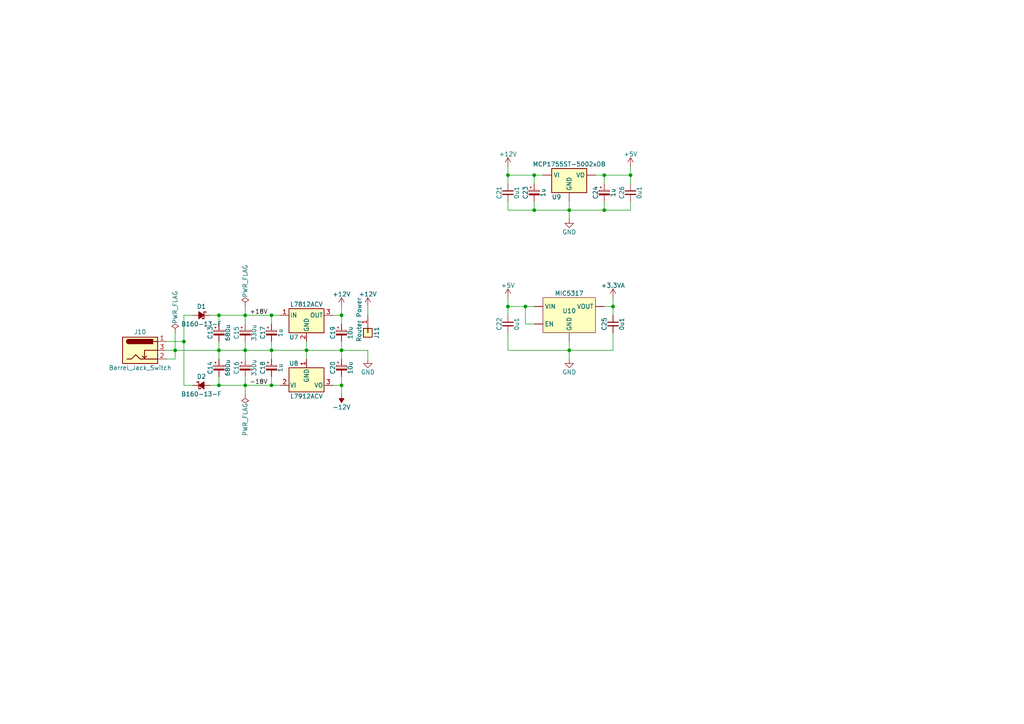
<source format=kicad_sch>
(kicad_sch (version 20211123) (generator eeschema)
  (paper "A4")
  (title_block (title "Headphone Amplifier + 24-bit -120dBm DAC") (rev "R2") (company "Rachel Mant") (comment 2 "+3.3V supply") (comment 3 "+5V supply") (comment 4 "±18V supply, ±12V supply"))
  (lib_symbols
    (symbol "Connector:Barrel_Jack_Switch" (pin_names hide)
      (property "Reference" "J" (at 0 5.334 0))
      (property "Value" "Barrel_Jack_Switch" (at 0 -5.08 0))
      (symbol "Barrel_Jack_Switch_0_1"
        (rectangle (start -5.08 3.81) (end 5.08 -3.81) (stroke (width 0.254)) (fill (type background)))
        (arc (start -3.302 3.175) (mid -3.937 2.54) (end -3.302 1.905) (stroke (width 0.254)))
        (arc (start -3.302 3.175) (mid -3.937 2.54) (end -3.302 1.905) (stroke (width 0.254)) (fill (type outline)))
        (polyline (pts (xy 1.27 -2.286) (xy 1.905 -1.651)) (stroke (width 0.254)))
        (polyline (pts (xy 5.08 2.54) (xy 3.81 2.54)) (stroke (width 0.254)))
        (polyline (pts (xy 5.08 0) (xy 1.27 0) (xy 1.27 -2.286) (xy 0.635 -1.651)) (stroke (width 0.254)))
        (polyline (pts (xy -3.81 -2.54) (xy -2.54 -2.54) (xy -1.27 -1.27) (xy 0 -2.54) (xy 2.54 -2.54) (xy 5.08 -2.54)) (stroke (width 0.254)))
        (rectangle (start 3.683 3.175) (end -3.302 1.905) (stroke (width 0.254)) (fill (type outline)))
      )
      (symbol "Barrel_Jack_Switch_1_1"
        (pin passive line (at 7.62 2.54 180) (length 2.54) (name "~") (number "1"))
        (pin passive line (at 7.62 -2.54 180) (length 2.54) (name "~") (number "2"))
        (pin passive line (at 7.62 0 180) (length 2.54) (name "~") (number "3"))
      )
    )
    (symbol "Connector_Generic:Conn_01x01" (pin_names (offset 1.016) hide)
      (property "Reference" "J" (at 0 2.54 0))
      (property "Value" "Conn_01x01" (at 0 -2.54 0))
      (symbol "Conn_01x01_1_1"
        (rectangle (start -1.27 0.127) (end 0 -0.127) (stroke (width 0.1524)))
        (rectangle (start -1.27 1.27) (end 1.27 -1.27) (stroke (width 0.254)) (fill (type background)))
        (pin passive line (at -5.08 0 0) (length 3.81) (name "Pin_1") (number "1"))
      )
    )
    (symbol "DX-MON:MCP1755ST-5002xDB" (pin_numbers hide)
      (property "Reference" "U" (at -5.08 -6.35 0))
      (property "Value" "MCP1755ST-5002xDB" (at 0 3.175 0))
      (symbol "MCP1755ST-5002xDB_0_1"
        (rectangle (start -5.08 -5.08) (end 5.08 1.905) (stroke (width 0.254)) (fill (type background)))
      )
      (symbol "MCP1755ST-5002xDB_1_1"
        (pin power_in line (at -7.62 0 0) (length 2.54) (name "VI") (number "1"))
        (pin power_in line (at 0 -7.62 90) (length 2.54) (name "GND") (number "2"))
        (pin power_out line (at 7.62 0 180) (length 2.54) (name "VO") (number "3"))
      )
    )
    (symbol "DX-MON:MIC5317" (pin_numbers hide)
      (property "Reference" "U" (at 0 1.27 0))
      (property "Value" "MIC5317" (at 0 6.35 0))
      (symbol "MIC5317_0_1"
        (rectangle (start 7.62 5.08) (end -7.62 -5.08) (stroke (width 0.1524)) (fill (type background)))
      )
      (symbol "MIC5317_1_1"
        (pin power_in line (at -10.16 2.54 0) (length 2.54) (name "VIN") (number "1"))
        (pin power_in line (at 0 -7.62 90) (length 2.54) (name "GND") (number "2"))
        (pin input line (at -10.16 -2.54 0) (length 2.54) (name "EN") (number "3"))
        (pin no_connect line (at 5.08 -7.62 90) (length 2.54) hide (name "NC") (number "4"))
        (pin power_out line (at 10.16 2.54 180) (length 2.54) (name "VOUT") (number "5"))
      )
    )
    (symbol "Device:C_Polarized_Small" (pin_numbers hide) (pin_names (offset 0.254) hide)
      (property "Reference" "C" (at 0.254 1.778 0))
      (property "Value" "C_Polarized_Small" (at 0.254 -2.032 0))
      (symbol "C_Polarized_Small_0_1"
        (rectangle (start -1.524 -0.3048) (end 1.524 -0.6858) (fill (type outline)))
        (rectangle (start -1.524 0.6858) (end 1.524 0.3048))
        (polyline (pts (xy -1.27 1.524) (xy -0.762 1.524)))
        (polyline (pts (xy -1.016 1.27) (xy -1.016 1.778)))
      )
      (symbol "C_Polarized_Small_1_1"
        (pin passive line (at 0 2.54 270) (length 1.8542) (name "~") (number "1"))
        (pin passive line (at 0 -2.54 90) (length 1.8542) (name "~") (number "2"))
      )
    )
    (symbol "Device:C_Small" (pin_numbers hide) (pin_names (offset 0.254) hide)
      (property "Reference" "C" (at 0.254 1.778 0))
      (property "Value" "C_Small" (at 0.254 -2.032 0))
      (symbol "C_Small_0_1"
        (polyline (pts (xy -1.524 -0.508) (xy 1.524 -0.508)) (stroke (width 0.3302)))
        (polyline (pts (xy -1.524 0.508) (xy 1.524 0.508)) (stroke (width 0.3048)))
      )
      (symbol "C_Small_1_1"
        (pin passive line (at 0 2.54 270) (length 2.032) (name "~") (number "1"))
        (pin passive line (at 0 -2.54 90) (length 2.032) (name "~") (number "2"))
      )
    )
    (symbol "Device:D_Schottky_Small_Filled" (pin_numbers hide) (pin_names (offset 0.254) hide)
      (property "Reference" "D" (at -1.27 2.032 0))
      (property "Value" "D_Schottky_Small_Filled" (at -7.112 -2.032 0))
      (symbol "D_Schottky_Small_Filled_0_1"
        (polyline (pts (xy -0.762 0) (xy 0.762 0)))
        (polyline (pts (xy 0.762 -1.016) (xy -0.762 0) (xy 0.762 1.016) (xy 0.762 -1.016)) (stroke (width 0.254)) (fill (type outline)))
        (polyline (pts (xy -1.27 0.762) (xy -1.27 1.016) (xy -0.762 1.016) (xy -0.762 -1.016) (xy -0.254 -1.016) (xy -0.254 -0.762)) (stroke (width 0.254)))
      )
      (symbol "D_Schottky_Small_Filled_1_1"
        (pin passive line (at -2.54 0 0) (length 1.778) (name "K") (number "1"))
        (pin passive line (at 2.54 0 180) (length 1.778) (name "A") (number "2"))
      )
    )
    (symbol "Regulator_Linear:L7812" (pin_names (offset 0.254))
      (property "Reference" "U" (at -3.81 3.175 0))
      (property "Value" "L7812" (at 0 3.175 0))
      (symbol "L7812_0_1"
        (rectangle (start -5.08 1.905) (end 5.08 -5.08) (stroke (width 0.254)) (fill (type background)))
      )
      (symbol "L7812_1_1"
        (pin power_in line (at -7.62 0 0) (length 2.54) (name "IN") (number "1"))
        (pin power_in line (at 0 -7.62 90) (length 2.54) (name "GND") (number "2"))
        (pin power_out line (at 7.62 0 180) (length 2.54) (name "OUT") (number "3"))
      )
    )
    (symbol "Regulator_Linear:L7912" (pin_names (offset 0.254))
      (property "Reference" "U" (at -3.81 -3.175 0))
      (property "Value" "L7912" (at 0 -3.175 0))
      (symbol "L7912_0_1"
        (rectangle (start -5.08 5.08) (end 5.08 -1.905) (stroke (width 0.254)) (fill (type background)))
      )
      (symbol "L7912_1_1"
        (pin power_in line (at 0 7.62 270) (length 2.54) (name "GND") (number "1"))
        (pin power_in line (at -7.62 0 0) (length 2.54) (name "VI") (number "2"))
        (pin power_out line (at 7.62 0 180) (length 2.54) (name "VO") (number "3"))
      )
    )
    (symbol "power:+12V" (power) (pin_names (offset 0))
      (property "Value" "+12V" (at 0 3.556 0))
      (symbol "+12V_0_1"
        (polyline (pts (xy -0.762 1.27) (xy 0 2.54)))
        (polyline (pts (xy 0 0) (xy 0 2.54)))
        (polyline (pts (xy 0 2.54) (xy 0.762 1.27)))
      )
      (symbol "+12V_1_1"
        (pin power_in line (at 0 0 90) (length 0) hide (name "+12V") (number "1"))
      )
    )
    (symbol "power:+3.3VA" (power) (pin_names (offset 0))
      (property "Value" "+3.3VA" (at 0 3.556 0))
      (symbol "+3.3VA_0_1"
        (polyline (pts (xy -0.762 1.27) (xy 0 2.54)))
        (polyline (pts (xy 0 0) (xy 0 2.54)))
        (polyline (pts (xy 0 2.54) (xy 0.762 1.27)))
      )
      (symbol "+3.3VA_1_1"
        (pin power_in line (at 0 0 90) (length 0) hide (name "+3.3VA") (number "1"))
      )
    )
    (symbol "power:+5V" (power) (pin_names (offset 0))
      (property "Value" "+5V" (at 0 3.556 0))
      (symbol "+5V_0_1"
        (polyline (pts (xy -0.762 1.27) (xy 0 2.54)))
        (polyline (pts (xy 0 0) (xy 0 2.54)))
        (polyline (pts (xy 0 2.54) (xy 0.762 1.27)))
      )
      (symbol "+5V_1_1"
        (pin power_in line (at 0 0 90) (length 0) hide (name "+5V") (number "1"))
      )
    )
    (symbol "power:-12V" (power) (pin_names (offset 0))
      (property "Value" "-12V" (at 0 3.81 0))
      (symbol "-12V_0_0"
        (pin power_in line (at 0 0 90) (length 0) hide (name "-12V") (number "1"))
      )
      (symbol "-12V_0_1"
        (polyline (pts (xy 0 0) (xy 0 1.27) (xy 0.762 1.27) (xy 0 2.54) (xy -0.762 1.27) (xy 0 1.27)) (fill (type outline)))
      )
    )
    (symbol "power:GND" (power) (pin_names (offset 0))
      (property "Value" "GND" (at 0 -3.81 0))
      (symbol "GND_0_1"
        (polyline (pts (xy 0 0) (xy 0 -1.27) (xy 1.27 -1.27) (xy 0 -2.54) (xy -1.27 -1.27) (xy 0 -1.27)))
      )
      (symbol "GND_1_1"
        (pin power_in line (at 0 0 270) (length 0) hide (name "GND") (number "1"))
      )
    )
    (symbol "power:PWR_FLAG" (power) (pin_numbers hide) (pin_names (offset 0) hide)
      (property "Value" "PWR_FLAG" (at 0 3.81 0))
      (symbol "PWR_FLAG_0_0"
        (pin power_out line (at 0 0 90) (length 0) (name "pwr") (number "1"))
      )
      (symbol "PWR_FLAG_0_1"
        (polyline (pts (xy 0 0) (xy 0 1.27) (xy -1.016 1.905) (xy 0 2.54) (xy 1.016 1.905) (xy 0 1.27)))
      )
    )
  )
  (junction (at 78.74 101.6))
  (junction (at 147.32 50.8))
  (junction (at 175.26 60.96))
  (junction (at 99.06 91.44))
  (junction (at 182.88 50.8))
  (junction (at 50.8 101.6))
  (junction (at 78.74 111.76))
  (junction (at 175.26 50.8))
  (junction (at 63.5 91.44))
  (junction (at 53.34 99.06))
  (junction (at 177.8 88.9))
  (junction (at 147.32 88.9))
  (junction (at 152.4 88.9))
  (junction (at 99.06 111.76))
  (junction (at 165.1 60.96))
  (junction (at 71.12 91.44))
  (junction (at 154.94 50.8))
  (junction (at 165.1 101.6))
  (junction (at 88.9 101.6))
  (junction (at 99.06 101.6))
  (junction (at 63.5 111.76))
  (junction (at 78.74 91.44))
  (junction (at 71.12 101.6))
  (junction (at 71.12 111.76))
  (junction (at 63.5 101.6))
  (junction (at 154.94 60.96))
  (wire (pts (xy 147.32 86.36) (xy 147.32 88.9)))
  (wire (pts (xy 48.26 99.06) (xy 53.34 99.06)))
  (wire (pts (xy 147.32 60.96) (xy 154.94 60.96)))
  (wire (pts (xy 71.12 101.6) (xy 78.74 101.6)))
  (wire (pts (xy 50.8 96.52) (xy 50.8 101.6)))
  (wire (pts (xy 60.96 91.44) (xy 63.5 91.44)))
  (wire (pts (xy 78.74 93.98) (xy 78.74 91.44)))
  (wire (pts (xy 71.12 109.22) (xy 71.12 111.76)))
  (wire (pts (xy 71.12 111.76) (xy 78.74 111.76)))
  (wire (pts (xy 177.8 101.6) (xy 165.1 101.6)))
  (wire (pts (xy 106.68 91.44) (xy 106.68 88.9)))
  (wire (pts (xy 50.8 101.6) (xy 48.26 101.6)))
  (wire (pts (xy 154.94 53.34) (xy 154.94 50.8)))
  (wire (pts (xy 147.32 53.34) (xy 147.32 50.8)))
  (wire (pts (xy 71.12 91.44) (xy 63.5 91.44)))
  (wire (pts (xy 99.06 114.3) (xy 99.06 111.76)))
  (wire (pts (xy 99.06 91.44) (xy 96.52 91.44)))
  (wire (pts (xy 165.1 60.96) (xy 165.1 63.5)))
  (wire (pts (xy 50.8 104.14) (xy 50.8 101.6)))
  (wire (pts (xy 175.26 58.42) (xy 175.26 60.96)))
  (wire (pts (xy 165.1 99.06) (xy 165.1 101.6)))
  (wire (pts (xy 175.26 88.9) (xy 177.8 88.9)))
  (wire (pts (xy 88.9 99.06) (xy 88.9 101.6)))
  (wire (pts (xy 175.26 53.34) (xy 175.26 50.8)))
  (wire (pts (xy 71.12 88.9) (xy 71.12 91.44)))
  (wire (pts (xy 78.74 91.44) (xy 81.28 91.44)))
  (wire (pts (xy 88.9 104.14) (xy 88.9 101.6)))
  (wire (pts (xy 165.1 58.42) (xy 165.1 60.96)))
  (wire (pts (xy 182.88 48.26) (xy 182.88 50.8)))
  (wire (pts (xy 53.34 111.76) (xy 53.34 99.06)))
  (wire (pts (xy 63.5 101.6) (xy 71.12 101.6)))
  (wire (pts (xy 99.06 104.14) (xy 99.06 101.6)))
  (wire (pts (xy 175.26 50.8) (xy 182.88 50.8)))
  (wire (pts (xy 147.32 58.42) (xy 147.32 60.96)))
  (wire (pts (xy 99.06 88.9) (xy 99.06 91.44)))
  (wire (pts (xy 182.88 60.96) (xy 175.26 60.96)))
  (wire (pts (xy 78.74 111.76) (xy 81.28 111.76)))
  (wire (pts (xy 71.12 93.98) (xy 71.12 91.44)))
  (wire (pts (xy 71.12 114.3) (xy 71.12 111.76)))
  (wire (pts (xy 71.12 111.76) (xy 63.5 111.76)))
  (wire (pts (xy 182.88 50.8) (xy 182.88 53.34)))
  (wire (pts (xy 78.74 104.14) (xy 78.74 101.6)))
  (wire (pts (xy 78.74 109.22) (xy 78.74 111.76)))
  (wire (pts (xy 147.32 88.9) (xy 147.32 91.44)))
  (wire (pts (xy 147.32 50.8) (xy 147.32 48.26)))
  (wire (pts (xy 152.4 88.9) (xy 147.32 88.9)))
  (wire (pts (xy 78.74 101.6) (xy 88.9 101.6)))
  (wire (pts (xy 177.8 96.52) (xy 177.8 101.6)))
  (wire (pts (xy 71.12 91.44) (xy 78.74 91.44)))
  (wire (pts (xy 63.5 99.06) (xy 63.5 101.6)))
  (wire (pts (xy 147.32 96.52) (xy 147.32 101.6)))
  (wire (pts (xy 165.1 101.6) (xy 165.1 104.14)))
  (wire (pts (xy 53.34 91.44) (xy 55.88 91.44)))
  (wire (pts (xy 154.94 60.96) (xy 165.1 60.96)))
  (wire (pts (xy 99.06 93.98) (xy 99.06 91.44)))
  (wire (pts (xy 99.06 99.06) (xy 99.06 101.6)))
  (wire (pts (xy 63.5 109.22) (xy 63.5 111.76)))
  (wire (pts (xy 157.48 50.8) (xy 154.94 50.8)))
  (wire (pts (xy 106.68 101.6) (xy 99.06 101.6)))
  (wire (pts (xy 177.8 86.36) (xy 177.8 88.9)))
  (wire (pts (xy 63.5 91.44) (xy 63.5 93.98)))
  (wire (pts (xy 99.06 109.22) (xy 99.06 111.76)))
  (wire (pts (xy 152.4 93.98) (xy 152.4 88.9)))
  (wire (pts (xy 147.32 101.6) (xy 165.1 101.6)))
  (wire (pts (xy 55.88 111.76) (xy 53.34 111.76)))
  (wire (pts (xy 154.94 58.42) (xy 154.94 60.96)))
  (wire (pts (xy 48.26 104.14) (xy 50.8 104.14)))
  (wire (pts (xy 154.94 88.9) (xy 152.4 88.9)))
  (wire (pts (xy 182.88 58.42) (xy 182.88 60.96)))
  (wire (pts (xy 175.26 60.96) (xy 165.1 60.96)))
  (wire (pts (xy 71.12 99.06) (xy 71.12 101.6)))
  (wire (pts (xy 154.94 50.8) (xy 147.32 50.8)))
  (wire (pts (xy 53.34 99.06) (xy 53.34 91.44)))
  (wire (pts (xy 172.72 50.8) (xy 175.26 50.8)))
  (wire (pts (xy 71.12 104.14) (xy 71.12 101.6)))
  (wire (pts (xy 106.68 101.6) (xy 106.68 104.14)))
  (wire (pts (xy 63.5 104.14) (xy 63.5 101.6)))
  (wire (pts (xy 99.06 101.6) (xy 88.9 101.6)))
  (wire (pts (xy 78.74 99.06) (xy 78.74 101.6)))
  (wire (pts (xy 177.8 88.9) (xy 177.8 91.44)))
  (wire (pts (xy 154.94 93.98) (xy 152.4 93.98)))
  (wire (pts (xy 99.06 111.76) (xy 96.52 111.76)))
  (wire (pts (xy 50.8 101.6) (xy 63.5 101.6)))
  (wire (pts (xy 63.5 111.76) (xy 60.96 111.76)))
  (label "-18V" (at 72.39 111.76 0))
  (label "+18V" (at 72.39 91.44 0))
  (symbol (lib_id "power:PWR_FLAG") (at 50.8 96.52 0) (unit 1)
    (property "Reference" "#FLG03" (effects hide))
    (property "Value" "PWR_FLAG" (at 50.8 93.98 90) (effects (justify left)))
  )
  (symbol (lib_id "Device:D_Schottky_Small_Filled") (at 58.42 91.44 0) (mirror y) (unit 1)
    (property "Reference" "D1" (at 58.42 88.9 0))
    (property "Value" "B160-13-F" (at 58.42 93.98 0))
    (property "Footprint" "Diode_SMD:D_SMA" (effects hide))
    (property "Datasheet" "https://www.diodes.com/assets/Datasheets/ds13002.pdf" (effects hide))
    (property "MFR" "Diodes Incorporated" (effects hide))
    (property "MPN" "B160-13-F" (effects hide))
    (property "OC_DIGIKEY" "B160-FDICT-ND" (effects hide))
    (property "URL_DIGIKEY" "https://www.digikey.com/en/products/detail/diodes-incorporated/B160-13-F/806531" (effects hide))
  )
  (symbol (lib_id "power:+3.3VA") (at 177.8 86.36 0) (unit 1)
    (property "Reference" "#PWR038" (effects hide))
    (property "Value" "+3.3VA" (at 177.8 82.804 0))
  )
  (symbol (lib_id "DX-MON:MIC5317") (at 165.1 91.44 0) (unit 1)
    (property "Reference" "U10" (at 165.1 90.17 0))
    (property "Value" "MIC5317" (at 165.1 85.09 0))
    (property "Footprint" "rhais_package-smd:SOT-23-5" (effects hide))
    (property "Datasheet" "http://ww1.microchip.com/downloads/en/DeviceDoc/MIC5317-High-Performance-Single-150mA-LDO-DS20006195B.pdf" (effects hide))
    (property "MFR" "Microchip" (effects hide))
    (property "MPN" "MIC5317-3.3YM5-TR" (effects hide))
    (property "OC_FARNELL" "2920683" (effects hide))
    (property "URL_FARNELL" "https://uk.farnell.com/microchip/mic5317-3-3ym5-tr/ldo-fixed-3-3v-0-15a-40-to-125deg/dp/2920683" (effects hide))
    (property "OC_DIGIKEY" "MIC5317-3.3YM5-CT-ND" (effects hide))
    (property "URL_DIGIKEY" "https://www.digikey.com/en/products/detail/microchip-technology/MIC5317-3-3YM5-TR/5049120" (effects hide))
  )
  (symbol (lib_id "Device:C_Polarized_Small") (at 63.5 106.68 0) (unit 1)
    (property "Reference" "C14" (at 60.96 106.68 90))
    (property "Value" "680u" (at 66.04 106.68 90))
    (property "Footprint" "Capacitor_THT:CP_Radial_D10.0mm_P5.00mm" (effects hide))
    (property "Datasheet" "https://www.rubycon.co.jp/wp-content/uploads/catalog-aluminum/PX.pdf" (effects hide))
    (property "MFR" "Rubycon" (effects hide))
    (property "MPN" "25PX680MEFC10X12.5" (effects hide))
    (property "OC_DIGIKEY" "1189-1229-ND" (effects hide))
    (property "URL_FARNELL" "https://uk.farnell.com/rubycon/25px680mefc10x12-5/cap-alu-elec-680uf-25v-rad/dp/2346581" (effects hide))
    (property "OC_FARNELL" "2346581" (effects hide))
    (property "URL_DIGIKEY" "https://www.digikey.com/en/products/detail/rubycon/25PX680MEFC10X12-5/3134185" (effects hide))
  )
  (symbol (lib_id "Device:C_Polarized_Small") (at 78.74 96.52 0) (unit 1)
    (property "Reference" "C17" (at 76.2 96.52 90))
    (property "Value" "1u" (at 81.28 96.52 90))
    (property "Footprint" "rhais_rcl:CP_EIA-3216-18_A" (effects hide))
    (property "Datasheet" "https://www.vishay.com/docs/40002/293d.pdf" (effects hide))
    (property "MFR" "Vishay Sprague" (effects hide))
    (property "MPN" "293D105X9025A2TE3" (effects hide))
    (property "OC_DIGIKEY" "718-1115-1-ND" (effects hide))
    (property "URL_DIGIKEY" "https://www.digikey.com/en/products/detail/vishay-sprague/293D105X9025A2TE3/1559467" (effects hide))
  )
  (symbol (lib_id "power:GND") (at 165.1 63.5 0) (unit 1)
    (property "Reference" "#PWR036" (effects hide))
    (property "Value" "GND" (at 165.1 67.31 0))
  )
  (symbol (lib_id "Device:C_Polarized_Small") (at 78.74 106.68 0) (unit 1)
    (property "Reference" "C18" (at 76.2 106.68 90))
    (property "Value" "1u" (at 81.28 106.68 90))
    (property "Footprint" "rhais_rcl:CP_EIA-3216-18_A" (effects hide))
    (property "Datasheet" "https://www.vishay.com/docs/40002/293d.pdf" (effects hide))
    (property "MFR" "Vishay Sprague" (effects hide))
    (property "MPN" "293D105X9025A2TE3" (effects hide))
    (property "OC_DIGIKEY" "718-1115-1-ND" (effects hide))
    (property "URL_DIGIKEY" "https://www.digikey.com/en/products/detail/vishay-sprague/293D105X9025A2TE3/1559467" (effects hide))
  )
  (symbol (lib_id "power:+12V") (at 106.68 88.9 0) (unit 1)
    (property "Reference" "#PWR032" (effects hide))
    (property "Value" "+12V" (at 106.68 85.344 0))
  )
  (symbol (lib_id "Connector:Barrel_Jack_Switch") (at 40.64 101.6 0) (unit 1)
    (property "Reference" "J10" (at 40.64 96.266 0))
    (property "Value" "Barrel_Jack_Switch" (at 40.64 106.68 0))
    (property "Footprint" "Connector_BarrelJack:BarrelJack_GCT_DCJ200-10-A_Horizontal" (effects hide))
    (property "Datasheet" "https://gct.co/files/specs/DCJ065-15-SPEC.pdf" (effects hide))
    (property "MFR" "GCT" (effects hide))
    (property "MPN" "DCJ200-10-A-K1-K" (effects hide))
    (property "OC_DIGIKEY" "2073-DCJ200-10-A-K1-K-ND" (effects hide))
    (property "URL_DIGIKEY" "https://www.digikey.com/en/products/detail/gct/DCJ200-10-A-K1-K/9859579" (effects hide))
  )
  (symbol (lib_id "Device:C_Small") (at 182.88 55.88 0) (unit 1)
    (property "Reference" "C26" (at 180.34 55.88 90))
    (property "Value" "0u1" (at 185.42 55.88 90))
    (property "Footprint" "rhais_rcl:C1210" (effects hide))
    (property "Datasheet" "https://industrial.panasonic.com/cdbs/www-data/pdf/RDI0000/ABD0000C173.pdf" (effects hide))
    (property "MFR" "Panasonic" (effects hide))
    (property "MPN" "ECH-U1C104GX5" (effects hide))
    (property "OC_DIGIKEY" "PCF1189CT-ND" (effects hide))
    (property "URL_DIGIKEY" "https://www.digikey.com/en/products/detail/vishay-sprague/293D105X9016A2TE3/1559465" (effects hide))
  )
  (symbol (lib_id "Device:C_Polarized_Small") (at 154.94 55.88 0) (unit 1)
    (property "Reference" "C23" (at 152.4 55.88 90))
    (property "Value" "1u" (at 157.48 55.88 90))
    (property "Footprint" "rhais_rcl:CP_EIA-3216-18_A" (effects hide))
    (property "Datasheet" "https://www.vishay.com/docs/40002/293d.pdf" (effects hide))
    (property "MFR" "Vishay Sprague" (effects hide))
    (property "MPN" "293D105X9016A2TE3" (effects hide))
    (property "OC_DIGIKEY" "718-1113-1-ND" (effects hide))
    (property "URL_DIGIKEY" "https://www.digikey.com/en/products/detail/vishay-sprague/293D105X9016A2TE3/1559465" (effects hide))
  )
  (symbol (lib_id "Device:C_Polarized_Small") (at 99.06 106.68 0) (unit 1)
    (property "Reference" "C20" (at 96.52 106.68 90))
    (property "Value" "10u" (at 101.6 106.68 90))
    (property "Footprint" "rhais_rcl:CP_EIA-3216-18_A" (effects hide))
    (property "Datasheet" "https://www.vishay.com/docs/40002/293d.pdf" (effects hide))
    (property "MFR" "Vishay Sprague" (effects hide))
    (property "MPN" "293D106X0016A2TE3" (effects hide))
    (property "OC_DIGIKEY" "718-1956-1-ND" (effects hide))
    (property "URL_DIGIKEY" "https://www.digikey.com/en/products/detail/vishay-sprague/293D106X0016A2TE3/1578608" (effects hide))
  )
  (symbol (lib_id "Device:C_Polarized_Small") (at 71.12 106.68 0) (unit 1)
    (property "Reference" "C16" (at 68.58 106.68 90))
    (property "Value" "330u" (at 73.66 106.68 90))
    (property "Footprint" "Capacitor_THT:CP_Radial_D8.0mm_P3.50mm" (effects hide))
    (property "Datasheet" "https://www.rubycon.co.jp/wp-content/uploads/catalog-aluminum/PX.pdf" (effects hide))
    (property "MFR" "Rubycon" (effects hide))
    (property "MPN" "25PX330MEFC8X11.5" (effects hide))
    (property "OC_DIGIKEY" "1189-1225-ND" (effects hide))
    (property "URL_FARNELL" "https://uk.farnell.com/rubycon/25px680mefc10x12-5/cap-alu-elec-680uf-25v-rad/dp/2346581" (effects hide))
    (property "OC_FARNELL" "2346580" (effects hide))
    (property "URL_DIGIKEY" "https://www.digikey.com/en/products/detail/rubycon/25PX330MEFC8X11-5/3134181" (effects hide))
  )
  (symbol (lib_id "power:-12V") (at 99.06 114.3 180) (unit 1)
    (property "Reference" "#PWR031" (effects hide))
    (property "Value" "-12V" (at 99.06 118.11 0))
  )
  (symbol (lib_id "power:+12V") (at 99.06 88.9 0) (unit 1)
    (property "Reference" "#PWR030" (effects hide))
    (property "Value" "+12V" (at 99.06 85.344 0))
  )
  (symbol (lib_id "Device:C_Polarized_Small") (at 71.12 96.52 0) (unit 1)
    (property "Reference" "C15" (at 68.58 96.52 90))
    (property "Value" "330u" (at 73.66 96.52 90))
    (property "Footprint" "Capacitor_THT:CP_Radial_D8.0mm_P3.50mm" (effects hide))
    (property "Datasheet" "https://www.rubycon.co.jp/wp-content/uploads/catalog-aluminum/PX.pdf" (effects hide))
    (property "MFR" "Rubycon" (effects hide))
    (property "MPN" "25PX330MEFC8X11.5" (effects hide))
    (property "OC_DIGIKEY" "1189-1225-ND" (effects hide))
    (property "URL_FARNELL" "https://uk.farnell.com/rubycon/25px680mefc10x12-5/cap-alu-elec-680uf-25v-rad/dp/2346581" (effects hide))
    (property "OC_FARNELL" "2346580" (effects hide))
    (property "URL_DIGIKEY" "https://www.digikey.com/en/products/detail/rubycon/25PX330MEFC8X11-5/3134181" (effects hide))
  )
  (symbol (lib_id "Device:D_Schottky_Small_Filled") (at 58.42 111.76 0) (unit 1)
    (property "Reference" "D2" (at 58.42 109.22 0))
    (property "Value" "B160-13-F" (at 58.42 114.3 0))
    (property "Footprint" "Diode_SMD:D_SMA" (effects hide))
    (property "Datasheet" "https://www.diodes.com/assets/Datasheets/ds13002.pdf" (effects hide))
    (property "MFR" "Diodes Incorporated" (effects hide))
    (property "MPN" "B160-13-F" (effects hide))
    (property "OC_DIGIKEY" "B160-FDICT-ND" (effects hide))
    (property "URL_DIGIKEY" "https://www.digikey.com/en/products/detail/diodes-incorporated/B160-13-F/806531" (effects hide))
  )
  (symbol (lib_id "Device:C_Small") (at 147.32 93.98 0) (unit 1)
    (property "Reference" "C22" (at 144.78 93.98 90))
    (property "Value" "0u1" (at 149.86 93.98 90))
    (property "Footprint" "rhais_rcl:C1210" (effects hide))
    (property "Datasheet" "https://industrial.panasonic.com/cdbs/www-data/pdf/RDI0000/ABD0000C173.pdf" (effects hide))
    (property "MFR" "Panasonic" (effects hide))
    (property "MPN" "ECH-U1C104GX5" (effects hide))
    (property "OC_DIGIKEY" "PCF1189CT-ND" (effects hide))
    (property "URL_DIGIKEY" "https://www.digikey.com/en/products/detail/panasonic-electronic-components/ECH-U1C104GX5/353638" (effects hide))
  )
  (symbol (lib_id "power:PWR_FLAG") (at 71.12 114.3 180) (unit 1)
    (property "Reference" "#FLG05" (effects hide))
    (property "Value" "PWR_FLAG" (at 71.12 116.84 90) (effects (justify left)))
  )
  (symbol (lib_id "Device:C_Small") (at 147.32 55.88 0) (unit 1)
    (property "Reference" "C21" (at 144.78 55.88 90))
    (property "Value" "0u1" (at 149.86 55.88 90))
    (property "Footprint" "rhais_rcl:C1210" (effects hide))
    (property "Datasheet" "https://industrial.panasonic.com/cdbs/www-data/pdf/RDI0000/ABD0000C173.pdf" (effects hide))
    (property "MFR" "Panasonic" (effects hide))
    (property "MPN" "ECH-U1C104GX5" (effects hide))
    (property "OC_DIGIKEY" "PCF1189CT-ND" (effects hide))
    (property "URL_DIGIKEY" "https://www.digikey.com/en/products/detail/panasonic-electronic-components/ECH-U1C104GX5/353638" (effects hide))
  )
  (symbol (lib_id "power:+12V") (at 147.32 48.26 0) (unit 1)
    (property "Reference" "#PWR034" (effects hide))
    (property "Value" "+12V" (at 147.32 44.704 0))
  )
  (symbol (lib_id "power:PWR_FLAG") (at 71.12 88.9 0) (unit 1)
    (property "Reference" "#FLG04" (effects hide))
    (property "Value" "PWR_FLAG" (at 71.12 86.36 90) (effects (justify left)))
  )
  (symbol (lib_id "Regulator_Linear:L7912") (at 88.9 111.76 0) (unit 1)
    (property "Reference" "U8" (at 83.82 105.41 0) (effects (justify left)))
    (property "Value" "L7912ACV" (at 88.9 114.935 0))
    (property "Footprint" "Package_TO_SOT_THT:TO-220-3_Vertical" (effects hide))
    (property "Datasheet" "http://www.st.com/content/ccc/resource/technical/document/datasheet/c9/16/86/41/c7/2b/45/f2/CD00000450.pdf/files/CD00000450.pdf/jcr:content/translations/en.CD00000450.pdf" (effects hide))
    (property "MFR" "ST Microelectronics" (effects hide))
    (property "MPN" "L7912ACV" (effects hide))
    (property "OC_DIGIKEY" "497-1475-5-ND" (effects hide))
    (property "URL_DIGIKEY" "https://www.digikey.com/en/products/detail/stmicroelectronics/L7912ACV/585996" (effects hide))
  )
  (symbol (lib_id "power:+5V") (at 182.88 48.26 0) (unit 1)
    (property "Reference" "#PWR039" (effects hide))
    (property "Value" "+5V" (at 182.88 44.704 0))
  )
  (symbol (lib_id "DX-MON:MCP1755ST-5002xDB") (at 165.1 50.8 0) (unit 1)
    (property "Reference" "U9" (at 160.02 57.15 0) (effects (justify left)))
    (property "Value" "MCP1755ST-5002xDB" (at 165.1 47.625 0))
    (property "Footprint" "rhais_package-smd:SOT-223" (effects hide))
    (property "Datasheet" "http://ww1.microchip.com/downloads/en/devicedoc/25160a.pdf" (effects hide))
    (property "MFR" "Microchip" (effects hide))
    (property "MPN" "MCP1755ST-5002E/DB" (effects hide))
    (property "OC_FARNELL" "2306611" (effects hide))
    (property "URL_FARNELL" "https://uk.farnell.com/microchip/mcp1755st-5002e-db/ic-ldo-volt-reg-5v-0-3a-sot223/dp/2306611?st=MCP1755ST-5002E/DB" (effects hide))
    (property "OC_DIGIKEY" "MCP1755ST-5002E/DBCT-ND" (effects hide))
    (property "URL_DIGIKEY" "https://www.digikey.com/en/products/detail/microchip-technology/MCP1755ST-5002E-DB/3872185" (effects hide))
  )
  (symbol (lib_id "power:GND") (at 106.68 104.14 0) (unit 1)
    (property "Reference" "#PWR033" (effects hide))
    (property "Value" "GND" (at 106.68 107.95 0))
  )
  (symbol (lib_id "Device:C_Polarized_Small") (at 63.5 96.52 0) (unit 1)
    (property "Reference" "C13" (at 60.96 96.52 90))
    (property "Value" "680u" (at 66.04 96.52 90))
    (property "Footprint" "Capacitor_THT:CP_Radial_D10.0mm_P5.00mm" (effects hide))
    (property "Datasheet" "https://www.rubycon.co.jp/wp-content/uploads/catalog-aluminum/PX.pdf" (effects hide))
    (property "MFR" "Rubycon" (effects hide))
    (property "MPN" "25PX680MEFC10X12.5" (effects hide))
    (property "OC_DIGIKEY" "1189-1229-ND" (effects hide))
    (property "URL_FARNELL" "https://uk.farnell.com/rubycon/25px680mefc10x12-5/cap-alu-elec-680uf-25v-rad/dp/2346581" (effects hide))
    (property "OC_FARNELL" "2346581" (effects hide))
    (property "URL_DIGIKEY" "https://www.digikey.com/en/products/detail/rubycon/25PX680MEFC10X12-5/3134185" (effects hide))
  )
  (symbol (lib_id "power:GND") (at 165.1 104.14 0) (unit 1)
    (property "Reference" "#PWR037" (effects hide))
    (property "Value" "GND" (at 165.1 107.95 0))
  )
  (symbol (lib_id "power:+5V") (at 147.32 86.36 0) (unit 1)
    (property "Reference" "#PWR035" (effects hide))
    (property "Value" "+5V" (at 147.32 82.804 0))
  )
  (symbol (lib_id "Connector_Generic:Conn_01x01") (at 106.68 96.52 270) (unit 1)
    (property "Reference" "J11" (at 109.22 96.52 0))
    (property "Value" "Router Power" (at 104.14 92.71 0))
    (property "Footprint" "Connector_PinHeader_2.54mm:PinHeader_1x01_P2.54mm_Vertical" (effects hide))
  )
  (symbol (lib_id "Device:C_Small") (at 177.8 93.98 0) (unit 1)
    (property "Reference" "C25" (at 175.26 93.98 90))
    (property "Value" "0u1" (at 180.34 93.98 90))
    (property "Footprint" "rhais_rcl:C0603" (effects hide))
    (property "Datasheet" "https://product.tdk.com/system/files/dam/doc/product/capacitor/ceramic/mlcc/catalog/mlcc_automotive_general_en.pdf" (effects hide))
    (property "OC_FARNELL" "2310559" (effects hide))
    (property "URL_FARNELL" "https://uk.farnell.com/multicomp/mc0603b104j250ct/cap-0-1-f-25v-5-x7r-0603-reel/dp/2310559" (effects hide))
    (property "MFR" "TDK Corporation" (effects hide))
    (property "MPN" "CGA3E2X7R1E104K080AA" (effects hide))
    (property "OC_DIGIKEY" "445-5667-1-ND" (effects hide))
    (property "URL_DIGIKEY" "https://www.digikey.com/en/products/detail/tdk-corporation/CGA3E2X7R1E104K080AA/2443145" (effects hide))
  )
  (symbol (lib_id "Device:C_Polarized_Small") (at 99.06 96.52 0) (unit 1)
    (property "Reference" "C19" (at 96.52 96.52 90))
    (property "Value" "10u" (at 101.6 96.52 90))
    (property "Footprint" "rhais_rcl:CP_EIA-3216-18_A" (effects hide))
    (property "Datasheet" "https://www.vishay.com/docs/40002/293d.pdf" (effects hide))
    (property "MFR" "Vishay Sprague" (effects hide))
    (property "MPN" "293D106X0016A2TE3" (effects hide))
    (property "OC_DIGIKEY" "718-1956-1-ND" (effects hide))
    (property "URL_DIGIKEY" "https://www.digikey.com/en/products/detail/vishay-sprague/293D106X0016A2TE3/1578608" (effects hide))
  )
  (symbol (lib_id "Regulator_Linear:L7812") (at 88.9 91.44 0) (unit 1)
    (property "Reference" "U7" (at 83.82 97.79 0) (effects (justify left)))
    (property "Value" "L7812ACV" (at 88.9 88.265 0))
    (property "Footprint" "Package_TO_SOT_THT:TO-220-3_Vertical" (effects hide))
    (property "Datasheet" "http://www.st.com/content/ccc/resource/technical/document/datasheet/41/4f/b3/b0/12/d4/47/88/CD00000444.pdf/files/CD00000444.pdf/jcr:content/translations/en.CD00000444.pdf" (effects hide))
    (property "MFR" "ST Microelectronics" (effects hide))
    (property "MPN" "L7812ACV" (effects hide))
    (property "OC_DIGIKEY" "497-1450-5-ND" (effects hide))
    (property "URL_DIGIKEY" "https://www.digikey.com/en/products/detail/stmicroelectronics/L7812ACV/585971" (effects hide))
  )
  (symbol (lib_id "Device:C_Polarized_Small") (at 175.26 55.88 0) (unit 1)
    (property "Reference" "C24" (at 172.72 55.88 90))
    (property "Value" "1u" (at 177.8 55.88 90))
    (property "Footprint" "rhais_rcl:CP_EIA-3216-18_A" (effects hide))
    (property "Datasheet" "https://www.vishay.com/docs/40002/293d.pdf" (effects hide))
    (property "MFR" "Vishay Sprague" (effects hide))
    (property "MPN" "293D105X9016A2TE3" (effects hide))
    (property "OC_DIGIKEY" "718-1113-1-ND" (effects hide))
    (property "URL_DIGIKEY" "https://www.digikey.com/en/products/detail/vishay-sprague/293D105X9016A2TE3/1559465" (effects hide))
  )
)
</source>
